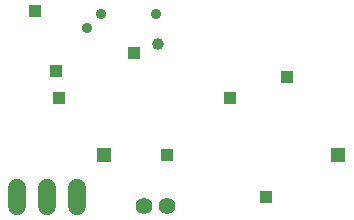
<source format=gbs>
G75*
%MOIN*%
%OFA0B0*%
%FSLAX25Y25*%
%IPPOS*%
%LPD*%
%AMOC8*
5,1,8,0,0,1.08239X$1,22.5*
%
%ADD10C,0.05543*%
%ADD11C,0.05937*%
%ADD12R,0.05150X0.05150*%
%ADD13C,0.03575*%
%ADD14C,0.03969*%
%ADD15R,0.03969X0.03969*%
D10*
X0112120Y0031828D03*
X0119994Y0031828D03*
D11*
X0070057Y0031859D02*
X0070057Y0037796D01*
X0080057Y0037796D02*
X0080057Y0031859D01*
X0090057Y0031859D02*
X0090057Y0037796D01*
D12*
X0099057Y0048828D03*
X0177057Y0048828D03*
D13*
X0116297Y0095896D03*
X0097960Y0095896D03*
X0093177Y0091113D03*
D14*
X0117057Y0085828D03*
D15*
X0109057Y0082828D03*
X0083057Y0076828D03*
X0084057Y0067828D03*
X0076057Y0096828D03*
X0120057Y0048828D03*
X0141057Y0067828D03*
X0160057Y0074828D03*
X0153057Y0034828D03*
M02*

</source>
